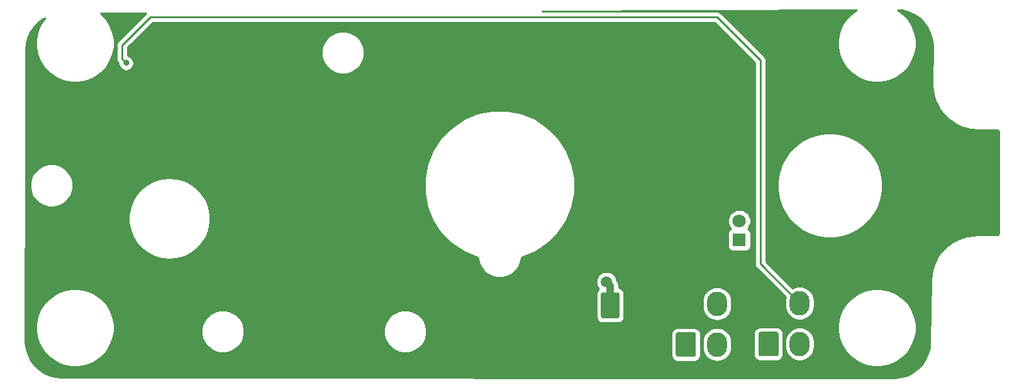
<source format=gbr>
%TF.GenerationSoftware,KiCad,Pcbnew,(5.1.6)-1*%
%TF.CreationDate,2020-12-18T19:30:20+11:00*%
%TF.ProjectId,FCS Panel PCB V2,46435320-5061-46e6-956c-205043422056,rev?*%
%TF.SameCoordinates,Original*%
%TF.FileFunction,Copper,L2,Bot*%
%TF.FilePolarity,Positive*%
%FSLAX46Y46*%
G04 Gerber Fmt 4.6, Leading zero omitted, Abs format (unit mm)*
G04 Created by KiCad (PCBNEW (5.1.6)-1) date 2020-12-18 19:30:20*
%MOMM*%
%LPD*%
G01*
G04 APERTURE LIST*
%TA.AperFunction,ComponentPad*%
%ADD10O,2.700000X3.300000*%
%TD*%
%TA.AperFunction,ComponentPad*%
%ADD11C,1.800000*%
%TD*%
%TA.AperFunction,ComponentPad*%
%ADD12R,1.800000X1.800000*%
%TD*%
%TA.AperFunction,ViaPad*%
%ADD13C,1.500000*%
%TD*%
%TA.AperFunction,ViaPad*%
%ADD14C,0.800000*%
%TD*%
%TA.AperFunction,Conductor*%
%ADD15C,1.000000*%
%TD*%
%TA.AperFunction,Conductor*%
%ADD16C,0.250000*%
%TD*%
%TA.AperFunction,Conductor*%
%ADD17C,0.254000*%
%TD*%
G04 APERTURE END LIST*
D10*
%TO.P,J2,4*%
%TO.N,/DATAOUT*%
X176624000Y-86788400D03*
%TO.P,J2,3*%
%TO.N,/LEDGND*%
X172424000Y-86788400D03*
%TO.P,J2,2*%
%TO.N,/LED+5V*%
X176624000Y-92288400D03*
%TO.P,J2,1*%
%TA.AperFunction,ComponentPad*%
G36*
G01*
X171074000Y-93688399D02*
X171074000Y-90888401D01*
G75*
G02*
X171324001Y-90638400I250001J0D01*
G01*
X173523999Y-90638400D01*
G75*
G02*
X173774000Y-90888401I0J-250001D01*
G01*
X173774000Y-93688399D01*
G75*
G02*
X173523999Y-93938400I-250001J0D01*
G01*
X171324001Y-93938400D01*
G75*
G02*
X171074000Y-93688399I0J250001D01*
G01*
G37*
%TD.AperFunction*%
%TD*%
%TO.P,J1,4*%
%TO.N,/DATAIN*%
X187747000Y-86717200D03*
%TO.P,J1,3*%
%TO.N,/LEDGND*%
X183547000Y-86717200D03*
%TO.P,J1,2*%
%TO.N,/LED+5V*%
X187747000Y-92217200D03*
%TO.P,J1,1*%
%TA.AperFunction,ComponentPad*%
G36*
G01*
X182197000Y-93617199D02*
X182197000Y-90817201D01*
G75*
G02*
X182447001Y-90567200I250001J0D01*
G01*
X184646999Y-90567200D01*
G75*
G02*
X184897000Y-90817201I0J-250001D01*
G01*
X184897000Y-93617199D01*
G75*
G02*
X184646999Y-93867200I-250001J0D01*
G01*
X182447001Y-93867200D01*
G75*
G02*
X182197000Y-93617199I0J250001D01*
G01*
G37*
%TD.AperFunction*%
%TD*%
D11*
%TO.P,D24,2*%
%TO.N,/LED+5V*%
X179624000Y-75615800D03*
D12*
%TO.P,D24,1*%
%TO.N,Net-(D24-Pad1)*%
X179624000Y-78155800D03*
%TD*%
%TO.P,C1,2*%
%TO.N,/LEDGND*%
%TA.AperFunction,SMDPad,CuDef*%
G36*
G01*
X161242000Y-91747400D02*
X163242000Y-91747400D01*
G75*
G02*
X163492000Y-91997400I0J-250000D01*
G01*
X163492000Y-94997400D01*
G75*
G02*
X163242000Y-95247400I-250000J0D01*
G01*
X161242000Y-95247400D01*
G75*
G02*
X160992000Y-94997400I0J250000D01*
G01*
X160992000Y-91997400D01*
G75*
G02*
X161242000Y-91747400I250000J0D01*
G01*
G37*
%TD.AperFunction*%
%TO.P,C1,1*%
%TO.N,/LED+5V*%
%TA.AperFunction,SMDPad,CuDef*%
G36*
G01*
X161242000Y-85247400D02*
X163242000Y-85247400D01*
G75*
G02*
X163492000Y-85497400I0J-250000D01*
G01*
X163492000Y-88497400D01*
G75*
G02*
X163242000Y-88747400I-250000J0D01*
G01*
X161242000Y-88747400D01*
G75*
G02*
X160992000Y-88497400I0J250000D01*
G01*
X160992000Y-85497400D01*
G75*
G02*
X161242000Y-85247400I250000J0D01*
G01*
G37*
%TD.AperFunction*%
%TD*%
D13*
%TO.N,/LEDGND*%
X210376800Y-75893000D03*
X116171100Y-86789000D03*
X99926100Y-91033600D03*
X88871200Y-79071900D03*
X211640000Y-68414300D03*
X203135700Y-59229100D03*
X163749800Y-64278100D03*
X163580200Y-80251300D03*
X116176200Y-76713900D03*
X116399600Y-60153800D03*
X107350200Y-60153800D03*
X96623600Y-63755600D03*
X92025100Y-66590300D03*
X205502100Y-75518300D03*
X175390100Y-64357200D03*
X163465600Y-52786100D03*
X108975500Y-94433400D03*
X192015400Y-61425100D03*
X178072100Y-81413500D03*
X101055600Y-87331800D03*
X171091800Y-52663600D03*
X115901400Y-68557400D03*
X115554300Y-91632200D03*
%TO.N,/LED+5V*%
X161736100Y-83830500D03*
D14*
%TO.N,/DATAIN*%
X97085150Y-54316630D03*
%TD*%
D15*
%TO.N,/LED+5V*%
X161736100Y-83830500D02*
X162242000Y-84336400D01*
X162242000Y-84336400D02*
X162242000Y-86997400D01*
D16*
%TO.N,/DATAIN*%
X182453390Y-53959870D02*
X176611280Y-48117760D01*
X176611280Y-48117760D02*
X100322380Y-48117760D01*
X100322380Y-48117760D02*
X96542860Y-51897280D01*
X182453390Y-81423590D02*
X182453390Y-53959870D01*
X187747000Y-86717200D02*
X182453390Y-81423590D01*
X96542860Y-51897280D02*
X96542860Y-51897280D01*
X96542860Y-51897280D02*
X96542860Y-53774340D01*
X96542860Y-53774340D02*
X97085150Y-54316630D01*
X97085150Y-54316630D02*
X97096580Y-54328060D01*
%TD*%
D17*
%TO.N,/LEDGND*%
G36*
X201582997Y-47214068D02*
G01*
X202380904Y-47421163D01*
X203132511Y-47759737D01*
X203816333Y-48220113D01*
X204412804Y-48789118D01*
X204904878Y-49450489D01*
X205278484Y-50185316D01*
X205522937Y-50972583D01*
X205633712Y-51808362D01*
X205638737Y-52073182D01*
X205587707Y-57124950D01*
X205588552Y-57134514D01*
X205594033Y-57423371D01*
X205594668Y-57429478D01*
X205594379Y-57435610D01*
X205599636Y-57497568D01*
X205722665Y-58425801D01*
X205727988Y-58450013D01*
X205731009Y-58474614D01*
X205746630Y-58534799D01*
X206024297Y-59429033D01*
X206033622Y-59451998D01*
X206040746Y-59475743D01*
X206066285Y-59532437D01*
X206490652Y-60367103D01*
X206503710Y-60388164D01*
X206514735Y-60410373D01*
X206549461Y-60461953D01*
X207108392Y-61213183D01*
X207124813Y-61231743D01*
X207139422Y-61251778D01*
X207182342Y-61296769D01*
X207859858Y-61943087D01*
X207879179Y-61958621D01*
X207896948Y-61975901D01*
X207946834Y-62013018D01*
X208723561Y-62535941D01*
X208745223Y-62547998D01*
X208765649Y-62562036D01*
X208821076Y-62590217D01*
X209674806Y-62974794D01*
X209698188Y-62983028D01*
X209720689Y-62993425D01*
X209780072Y-63011864D01*
X210686394Y-63247098D01*
X210710827Y-63251274D01*
X210734760Y-63257732D01*
X210796401Y-63265902D01*
X211725036Y-63344698D01*
X211752844Y-63347434D01*
X214191341Y-63347202D01*
X214292133Y-63357085D01*
X214358057Y-63376989D01*
X214418855Y-63409315D01*
X214472219Y-63452839D01*
X214516112Y-63505896D01*
X214548866Y-63566471D01*
X214569228Y-63632253D01*
X214579600Y-63730931D01*
X214579601Y-77132909D01*
X214569715Y-77233731D01*
X214549811Y-77299658D01*
X214517485Y-77360455D01*
X214473962Y-77413818D01*
X214420900Y-77457715D01*
X214360327Y-77490466D01*
X214294547Y-77510828D01*
X214195869Y-77521200D01*
X211600381Y-77521200D01*
X211594136Y-77521815D01*
X211308629Y-77527233D01*
X211302522Y-77527868D01*
X211296390Y-77527579D01*
X211234433Y-77532836D01*
X210306199Y-77655865D01*
X210281987Y-77661188D01*
X210257386Y-77664209D01*
X210197200Y-77679830D01*
X209302967Y-77957497D01*
X209280004Y-77966821D01*
X209256257Y-77973946D01*
X209199563Y-77999484D01*
X208364897Y-78423852D01*
X208343836Y-78436910D01*
X208321627Y-78447935D01*
X208270047Y-78482661D01*
X207518816Y-79041592D01*
X207500252Y-79058016D01*
X207480222Y-79072622D01*
X207435231Y-79115542D01*
X206788913Y-79793058D01*
X206773380Y-79812377D01*
X206756099Y-79830148D01*
X206718982Y-79880035D01*
X206196059Y-80656761D01*
X206184001Y-80678425D01*
X206169964Y-80698849D01*
X206141783Y-80754276D01*
X205757206Y-81608005D01*
X205748971Y-81631390D01*
X205738575Y-81653889D01*
X205720136Y-81713272D01*
X205484902Y-82619594D01*
X205480726Y-82644025D01*
X205474268Y-82667959D01*
X205466098Y-82729600D01*
X205387650Y-83654133D01*
X205385021Y-83677823D01*
X205283777Y-91865168D01*
X205211363Y-92718596D01*
X205004268Y-93516503D01*
X204665691Y-94268115D01*
X204205318Y-94951932D01*
X203636313Y-95548403D01*
X202974943Y-96040476D01*
X202240117Y-96414082D01*
X201452848Y-96658536D01*
X200617069Y-96769311D01*
X200349083Y-96774396D01*
X88420110Y-96723844D01*
X87570604Y-96651763D01*
X86772697Y-96444668D01*
X86021085Y-96106091D01*
X85337268Y-95645718D01*
X84740797Y-95076713D01*
X84248724Y-94415343D01*
X83875118Y-93680517D01*
X83630664Y-92893248D01*
X83519889Y-92057469D01*
X83514808Y-91789738D01*
X83517763Y-89494407D01*
X84923894Y-89494407D01*
X84923894Y-90533885D01*
X85126686Y-91553390D01*
X85524477Y-92513743D01*
X86101981Y-93378037D01*
X86837003Y-94113059D01*
X87701297Y-94690563D01*
X88661650Y-95088354D01*
X89681155Y-95291146D01*
X90720633Y-95291146D01*
X91740138Y-95088354D01*
X92700491Y-94690563D01*
X93564785Y-94113059D01*
X94299807Y-93378037D01*
X94877311Y-92513743D01*
X95275102Y-91553390D01*
X95477894Y-90533885D01*
X95477894Y-90237146D01*
X107207245Y-90237146D01*
X107207245Y-90807146D01*
X107318446Y-91366192D01*
X107536576Y-91892803D01*
X107853250Y-92366740D01*
X108256300Y-92769790D01*
X108730237Y-93086464D01*
X109256848Y-93304594D01*
X109815894Y-93415795D01*
X110385894Y-93415795D01*
X110944940Y-93304594D01*
X111471551Y-93086464D01*
X111945488Y-92769790D01*
X112348538Y-92366740D01*
X112665212Y-91892803D01*
X112883342Y-91366192D01*
X112994543Y-90807146D01*
X112994543Y-90237147D01*
X131757246Y-90237147D01*
X131757246Y-90807145D01*
X131868447Y-91366192D01*
X132086577Y-91892802D01*
X132403251Y-92366739D01*
X132806301Y-92769789D01*
X133280238Y-93086463D01*
X133806848Y-93304593D01*
X134365895Y-93415794D01*
X134935893Y-93415794D01*
X135494940Y-93304593D01*
X136021550Y-93086463D01*
X136495487Y-92769789D01*
X136898537Y-92366739D01*
X137215211Y-91892802D01*
X137433341Y-91366192D01*
X137528379Y-90888401D01*
X170435928Y-90888401D01*
X170435928Y-93688399D01*
X170452992Y-93861653D01*
X170503529Y-94028250D01*
X170585595Y-94181786D01*
X170696039Y-94316361D01*
X170830614Y-94426805D01*
X170984150Y-94508871D01*
X171150747Y-94559408D01*
X171324001Y-94576472D01*
X173523999Y-94576472D01*
X173697253Y-94559408D01*
X173863850Y-94508871D01*
X174017386Y-94426805D01*
X174151961Y-94316361D01*
X174262405Y-94181786D01*
X174344471Y-94028250D01*
X174395008Y-93861653D01*
X174412072Y-93688399D01*
X174412072Y-91890891D01*
X174639000Y-91890891D01*
X174639000Y-92685910D01*
X174667722Y-92977528D01*
X174781226Y-93351702D01*
X174965547Y-93696543D01*
X175213603Y-93998798D01*
X175515858Y-94246853D01*
X175860699Y-94431174D01*
X176234873Y-94544678D01*
X176624000Y-94583004D01*
X177013128Y-94544678D01*
X177387302Y-94431174D01*
X177732143Y-94246853D01*
X178034398Y-93998798D01*
X178282453Y-93696543D01*
X178466774Y-93351702D01*
X178580278Y-92977527D01*
X178609000Y-92685909D01*
X178609000Y-91890890D01*
X178580278Y-91599272D01*
X178466774Y-91225098D01*
X178282453Y-90880257D01*
X178230705Y-90817201D01*
X181558928Y-90817201D01*
X181558928Y-93617199D01*
X181575992Y-93790453D01*
X181626529Y-93957050D01*
X181708595Y-94110586D01*
X181819039Y-94245161D01*
X181953614Y-94355605D01*
X182107150Y-94437671D01*
X182273747Y-94488208D01*
X182447001Y-94505272D01*
X184646999Y-94505272D01*
X184820253Y-94488208D01*
X184986850Y-94437671D01*
X185140386Y-94355605D01*
X185274961Y-94245161D01*
X185385405Y-94110586D01*
X185467471Y-93957050D01*
X185518008Y-93790453D01*
X185535072Y-93617199D01*
X185535072Y-91819691D01*
X185762000Y-91819691D01*
X185762000Y-92614710D01*
X185790722Y-92906328D01*
X185904226Y-93280502D01*
X186088547Y-93625343D01*
X186336603Y-93927598D01*
X186638858Y-94175653D01*
X186983699Y-94359974D01*
X187357873Y-94473478D01*
X187747000Y-94511804D01*
X188136128Y-94473478D01*
X188510302Y-94359974D01*
X188855143Y-94175653D01*
X189157398Y-93927598D01*
X189405453Y-93625343D01*
X189589774Y-93280502D01*
X189703278Y-92906327D01*
X189732000Y-92614709D01*
X189732000Y-91819690D01*
X189703278Y-91528072D01*
X189589774Y-91153898D01*
X189405453Y-90809057D01*
X189157398Y-90506802D01*
X188855143Y-90258747D01*
X188510301Y-90074426D01*
X188136127Y-89960922D01*
X187747000Y-89922596D01*
X187357872Y-89960922D01*
X186983698Y-90074426D01*
X186638857Y-90258747D01*
X186336602Y-90506802D01*
X186088547Y-90809057D01*
X185904226Y-91153899D01*
X185790722Y-91528073D01*
X185762000Y-91819691D01*
X185535072Y-91819691D01*
X185535072Y-90817201D01*
X185518008Y-90643947D01*
X185467471Y-90477350D01*
X185385405Y-90323814D01*
X185274961Y-90189239D01*
X185140386Y-90078795D01*
X184986850Y-89996729D01*
X184820253Y-89946192D01*
X184646999Y-89929128D01*
X182447001Y-89929128D01*
X182273747Y-89946192D01*
X182107150Y-89996729D01*
X181953614Y-90078795D01*
X181819039Y-90189239D01*
X181708595Y-90323814D01*
X181626529Y-90477350D01*
X181575992Y-90643947D01*
X181558928Y-90817201D01*
X178230705Y-90817201D01*
X178034398Y-90578002D01*
X177732143Y-90329947D01*
X177387301Y-90145626D01*
X177013127Y-90032122D01*
X176624000Y-89993796D01*
X176234872Y-90032122D01*
X175860698Y-90145626D01*
X175515857Y-90329947D01*
X175213602Y-90578002D01*
X174965547Y-90880257D01*
X174781226Y-91225099D01*
X174667722Y-91599273D01*
X174639000Y-91890891D01*
X174412072Y-91890891D01*
X174412072Y-90888401D01*
X174395008Y-90715147D01*
X174344471Y-90548550D01*
X174262405Y-90395014D01*
X174151961Y-90260439D01*
X174017386Y-90149995D01*
X173863850Y-90067929D01*
X173697253Y-90017392D01*
X173523999Y-90000328D01*
X171324001Y-90000328D01*
X171150747Y-90017392D01*
X170984150Y-90067929D01*
X170830614Y-90149995D01*
X170696039Y-90260439D01*
X170585595Y-90395014D01*
X170503529Y-90548550D01*
X170452992Y-90715147D01*
X170435928Y-90888401D01*
X137528379Y-90888401D01*
X137544542Y-90807145D01*
X137544542Y-90237147D01*
X137433341Y-89678100D01*
X137357253Y-89494407D01*
X192873894Y-89494407D01*
X192873894Y-90533885D01*
X193076686Y-91553390D01*
X193474477Y-92513743D01*
X194051981Y-93378037D01*
X194787003Y-94113059D01*
X195651297Y-94690563D01*
X196611650Y-95088354D01*
X197631155Y-95291146D01*
X198670633Y-95291146D01*
X199690138Y-95088354D01*
X200650491Y-94690563D01*
X201514785Y-94113059D01*
X202249807Y-93378037D01*
X202827311Y-92513743D01*
X203225102Y-91553390D01*
X203427894Y-90533885D01*
X203427894Y-89494407D01*
X203225102Y-88474902D01*
X202827311Y-87514549D01*
X202249807Y-86650255D01*
X201514785Y-85915233D01*
X200650491Y-85337729D01*
X199690138Y-84939938D01*
X198670633Y-84737146D01*
X197631155Y-84737146D01*
X196611650Y-84939938D01*
X195651297Y-85337729D01*
X194787003Y-85915233D01*
X194051981Y-86650255D01*
X193474477Y-87514549D01*
X193076686Y-88474902D01*
X192873894Y-89494407D01*
X137357253Y-89494407D01*
X137215211Y-89151490D01*
X136898537Y-88677553D01*
X136495487Y-88274503D01*
X136021550Y-87957829D01*
X135494940Y-87739699D01*
X134935893Y-87628498D01*
X134365895Y-87628498D01*
X133806848Y-87739699D01*
X133280238Y-87957829D01*
X132806301Y-88274503D01*
X132403251Y-88677553D01*
X132086577Y-89151490D01*
X131868447Y-89678100D01*
X131757246Y-90237147D01*
X112994543Y-90237147D01*
X112994543Y-90237146D01*
X112883342Y-89678100D01*
X112665212Y-89151489D01*
X112348538Y-88677552D01*
X111945488Y-88274502D01*
X111471551Y-87957828D01*
X110944940Y-87739698D01*
X110385894Y-87628497D01*
X109815894Y-87628497D01*
X109256848Y-87739698D01*
X108730237Y-87957828D01*
X108256300Y-88274502D01*
X107853250Y-88677552D01*
X107536576Y-89151489D01*
X107318446Y-89678100D01*
X107207245Y-90237146D01*
X95477894Y-90237146D01*
X95477894Y-89494407D01*
X95275102Y-88474902D01*
X94877311Y-87514549D01*
X94299807Y-86650255D01*
X93564785Y-85915233D01*
X92700491Y-85337729D01*
X91740138Y-84939938D01*
X90720633Y-84737146D01*
X89681155Y-84737146D01*
X88661650Y-84939938D01*
X87701297Y-85337729D01*
X86837003Y-85915233D01*
X86101981Y-86650255D01*
X85524477Y-87514549D01*
X85126686Y-88474902D01*
X84923894Y-89494407D01*
X83517763Y-89494407D01*
X83525232Y-83694089D01*
X160351100Y-83694089D01*
X160351100Y-83966911D01*
X160404325Y-84234489D01*
X160508729Y-84486543D01*
X160660301Y-84713386D01*
X160725159Y-84778244D01*
X160614038Y-84869438D01*
X160503595Y-85004014D01*
X160421528Y-85157550D01*
X160370992Y-85324146D01*
X160353928Y-85497400D01*
X160353928Y-88497400D01*
X160370992Y-88670654D01*
X160421528Y-88837250D01*
X160503595Y-88990786D01*
X160614038Y-89125362D01*
X160748614Y-89235805D01*
X160902150Y-89317872D01*
X161068746Y-89368408D01*
X161242000Y-89385472D01*
X163242000Y-89385472D01*
X163415254Y-89368408D01*
X163581850Y-89317872D01*
X163735386Y-89235805D01*
X163869962Y-89125362D01*
X163980405Y-88990786D01*
X164062472Y-88837250D01*
X164113008Y-88670654D01*
X164130072Y-88497400D01*
X164130072Y-86390891D01*
X174639000Y-86390891D01*
X174639000Y-87185910D01*
X174667722Y-87477528D01*
X174781226Y-87851702D01*
X174965547Y-88196543D01*
X175213603Y-88498798D01*
X175515858Y-88746853D01*
X175860699Y-88931174D01*
X176234873Y-89044678D01*
X176624000Y-89083004D01*
X177013128Y-89044678D01*
X177387302Y-88931174D01*
X177732143Y-88746853D01*
X178034398Y-88498798D01*
X178282453Y-88196543D01*
X178466774Y-87851702D01*
X178580278Y-87477527D01*
X178609000Y-87185909D01*
X178609000Y-86390890D01*
X178580278Y-86099272D01*
X178466774Y-85725098D01*
X178282453Y-85380257D01*
X178034398Y-85078002D01*
X177732143Y-84829947D01*
X177387301Y-84645626D01*
X177013127Y-84532122D01*
X176624000Y-84493796D01*
X176234872Y-84532122D01*
X175860698Y-84645626D01*
X175515857Y-84829947D01*
X175213602Y-85078002D01*
X174965547Y-85380257D01*
X174781226Y-85725099D01*
X174667722Y-86099273D01*
X174639000Y-86390891D01*
X164130072Y-86390891D01*
X164130072Y-85497400D01*
X164113008Y-85324146D01*
X164062472Y-85157550D01*
X163980405Y-85004014D01*
X163869962Y-84869438D01*
X163735386Y-84758995D01*
X163581850Y-84676928D01*
X163415254Y-84626392D01*
X163377000Y-84622624D01*
X163377000Y-84392152D01*
X163382491Y-84336400D01*
X163360577Y-84113901D01*
X163295676Y-83899953D01*
X163258553Y-83830500D01*
X163190284Y-83702777D01*
X163101248Y-83594286D01*
X163067875Y-83426511D01*
X162963471Y-83174457D01*
X162811899Y-82947614D01*
X162618986Y-82754701D01*
X162392143Y-82603129D01*
X162140089Y-82498725D01*
X161872511Y-82445500D01*
X161599689Y-82445500D01*
X161332111Y-82498725D01*
X161080057Y-82603129D01*
X160853214Y-82754701D01*
X160660301Y-82947614D01*
X160508729Y-83174457D01*
X160404325Y-83426511D01*
X160351100Y-83694089D01*
X83525232Y-83694089D01*
X83536720Y-74773055D01*
X97406931Y-74773055D01*
X97406931Y-75791237D01*
X97594021Y-76792082D01*
X97961831Y-77741507D01*
X98497834Y-78607183D01*
X99183778Y-79359628D01*
X99996305Y-79973219D01*
X100907743Y-80427062D01*
X101887056Y-80705700D01*
X102900894Y-80799646D01*
X103914732Y-80705700D01*
X104894045Y-80427062D01*
X105805483Y-79973219D01*
X106618010Y-79359628D01*
X107303954Y-78607183D01*
X107839957Y-77741507D01*
X108207767Y-76792082D01*
X108394857Y-75791237D01*
X108394857Y-74773055D01*
X108207767Y-73772210D01*
X107839957Y-72822785D01*
X107303954Y-71957109D01*
X106618010Y-71204664D01*
X105805483Y-70591073D01*
X104894045Y-70137230D01*
X103914732Y-69858592D01*
X103711115Y-69839724D01*
X137223894Y-69839724D01*
X137223894Y-71834568D01*
X137613069Y-73791083D01*
X138376463Y-75634079D01*
X139484740Y-77292732D01*
X140895308Y-78703300D01*
X142553961Y-79811577D01*
X144396957Y-80574971D01*
X144437894Y-80583114D01*
X144437894Y-80649051D01*
X144549839Y-81211837D01*
X144769427Y-81741969D01*
X145088219Y-82219075D01*
X145493965Y-82624821D01*
X145971071Y-82943613D01*
X146501203Y-83163201D01*
X147063989Y-83275146D01*
X147637799Y-83275146D01*
X148200585Y-83163201D01*
X148730717Y-82943613D01*
X149207823Y-82624821D01*
X149613569Y-82219075D01*
X149932361Y-81741969D01*
X150151949Y-81211837D01*
X150263894Y-80649051D01*
X150263894Y-80583114D01*
X150304831Y-80574971D01*
X152147827Y-79811577D01*
X153806480Y-78703300D01*
X155217048Y-77292732D01*
X155241725Y-77255800D01*
X178085928Y-77255800D01*
X178085928Y-79055800D01*
X178098188Y-79180282D01*
X178134498Y-79299980D01*
X178193463Y-79410294D01*
X178272815Y-79506985D01*
X178369506Y-79586337D01*
X178479820Y-79645302D01*
X178599518Y-79681612D01*
X178724000Y-79693872D01*
X180524000Y-79693872D01*
X180648482Y-79681612D01*
X180768180Y-79645302D01*
X180878494Y-79586337D01*
X180975185Y-79506985D01*
X181054537Y-79410294D01*
X181113502Y-79299980D01*
X181149812Y-79180282D01*
X181162072Y-79055800D01*
X181162072Y-77255800D01*
X181149812Y-77131318D01*
X181113502Y-77011620D01*
X181054537Y-76901306D01*
X180975185Y-76804615D01*
X180878494Y-76725263D01*
X180768180Y-76666298D01*
X180749873Y-76660744D01*
X180816312Y-76594305D01*
X180984299Y-76342895D01*
X181100011Y-76063543D01*
X181159000Y-75766984D01*
X181159000Y-75464616D01*
X181100011Y-75168057D01*
X180984299Y-74888705D01*
X180816312Y-74637295D01*
X180602505Y-74423488D01*
X180351095Y-74255501D01*
X180071743Y-74139789D01*
X179775184Y-74080800D01*
X179472816Y-74080800D01*
X179176257Y-74139789D01*
X178896905Y-74255501D01*
X178645495Y-74423488D01*
X178431688Y-74637295D01*
X178263701Y-74888705D01*
X178147989Y-75168057D01*
X178089000Y-75464616D01*
X178089000Y-75766984D01*
X178147989Y-76063543D01*
X178263701Y-76342895D01*
X178431688Y-76594305D01*
X178498127Y-76660744D01*
X178479820Y-76666298D01*
X178369506Y-76725263D01*
X178272815Y-76804615D01*
X178193463Y-76901306D01*
X178134498Y-77011620D01*
X178098188Y-77131318D01*
X178085928Y-77255800D01*
X155241725Y-77255800D01*
X156325325Y-75634079D01*
X157088719Y-73791083D01*
X157477894Y-71834568D01*
X157477894Y-69839724D01*
X157088719Y-67883209D01*
X156325325Y-66040213D01*
X155217048Y-64381560D01*
X153806480Y-62970992D01*
X152147827Y-61862715D01*
X150304831Y-61099321D01*
X148348316Y-60710146D01*
X146353472Y-60710146D01*
X144396957Y-61099321D01*
X142553961Y-61862715D01*
X140895308Y-62970992D01*
X139484740Y-64381560D01*
X138376463Y-66040213D01*
X137613069Y-67883209D01*
X137223894Y-69839724D01*
X103711115Y-69839724D01*
X102900894Y-69764646D01*
X101887056Y-69858592D01*
X100907743Y-70137230D01*
X99996305Y-70591073D01*
X99183778Y-71204664D01*
X98497834Y-71957109D01*
X97961831Y-72822785D01*
X97594021Y-73772210D01*
X97406931Y-74773055D01*
X83536720Y-74773055D01*
X83542163Y-70547147D01*
X84132246Y-70547147D01*
X84132246Y-71117145D01*
X84243447Y-71676192D01*
X84461577Y-72202802D01*
X84778251Y-72676739D01*
X85181301Y-73079789D01*
X85655238Y-73396463D01*
X86181848Y-73614593D01*
X86740895Y-73725794D01*
X87310893Y-73725794D01*
X87869940Y-73614593D01*
X88396550Y-73396463D01*
X88870487Y-73079789D01*
X89273537Y-72676739D01*
X89590211Y-72202802D01*
X89808341Y-71676192D01*
X89919542Y-71117145D01*
X89919542Y-70547147D01*
X89808341Y-69988100D01*
X89590211Y-69461490D01*
X89273537Y-68987553D01*
X88870487Y-68584503D01*
X88396550Y-68267829D01*
X87869940Y-68049699D01*
X87310893Y-67938498D01*
X86740895Y-67938498D01*
X86181848Y-68049699D01*
X85655238Y-68267829D01*
X85181301Y-68584503D01*
X84778251Y-68987553D01*
X84461577Y-69461490D01*
X84243447Y-69988100D01*
X84132246Y-70547147D01*
X83542163Y-70547147D01*
X83565333Y-52555580D01*
X83637437Y-51705804D01*
X83844532Y-50907897D01*
X84183106Y-50156290D01*
X84643482Y-49472468D01*
X85212487Y-48875997D01*
X85873858Y-48383923D01*
X86159584Y-48238652D01*
X86101981Y-48296255D01*
X85524477Y-49160549D01*
X85126686Y-50120902D01*
X84923894Y-51140407D01*
X84923894Y-52179885D01*
X85126686Y-53199390D01*
X85524477Y-54159743D01*
X86101981Y-55024037D01*
X86837003Y-55759059D01*
X87701297Y-56336563D01*
X88661650Y-56734354D01*
X89681155Y-56937146D01*
X90720633Y-56937146D01*
X91740138Y-56734354D01*
X92700491Y-56336563D01*
X93564785Y-55759059D01*
X94299807Y-55024037D01*
X94877311Y-54159743D01*
X95275102Y-53199390D01*
X95477894Y-52179885D01*
X95477894Y-51140407D01*
X95275102Y-50120902D01*
X94877311Y-49160549D01*
X94299807Y-48296255D01*
X93630316Y-47626764D01*
X99764943Y-47599005D01*
X99758585Y-47606752D01*
X96031863Y-51333476D01*
X96002859Y-51357279D01*
X95907886Y-51473004D01*
X95837314Y-51605033D01*
X95793857Y-51748294D01*
X95779183Y-51897280D01*
X95782860Y-51934613D01*
X95782861Y-53737008D01*
X95779184Y-53774340D01*
X95782861Y-53811673D01*
X95790808Y-53892354D01*
X95793858Y-53923325D01*
X95837314Y-54066586D01*
X95907886Y-54198616D01*
X95921079Y-54214691D01*
X96002860Y-54314341D01*
X96031858Y-54338139D01*
X96050150Y-54356431D01*
X96050150Y-54418569D01*
X96089924Y-54618528D01*
X96167945Y-54806886D01*
X96281213Y-54976404D01*
X96425376Y-55120567D01*
X96594894Y-55233835D01*
X96783252Y-55311856D01*
X96983211Y-55351630D01*
X97187089Y-55351630D01*
X97387048Y-55311856D01*
X97575406Y-55233835D01*
X97744924Y-55120567D01*
X97889087Y-54976404D01*
X98002355Y-54806886D01*
X98080376Y-54618528D01*
X98120150Y-54418569D01*
X98120150Y-54214691D01*
X98080376Y-54014732D01*
X98002355Y-53826374D01*
X97889087Y-53656856D01*
X97744924Y-53512693D01*
X97575406Y-53399425D01*
X97387048Y-53321404D01*
X97302860Y-53304658D01*
X97302860Y-52633860D01*
X123365232Y-52633860D01*
X123365232Y-53203860D01*
X123476433Y-53762906D01*
X123694563Y-54289517D01*
X124011237Y-54763454D01*
X124414287Y-55166504D01*
X124888224Y-55483178D01*
X125414835Y-55701308D01*
X125973881Y-55812509D01*
X126543881Y-55812509D01*
X127102927Y-55701308D01*
X127629538Y-55483178D01*
X128103475Y-55166504D01*
X128506525Y-54763454D01*
X128823199Y-54289517D01*
X129041329Y-53762906D01*
X129152530Y-53203860D01*
X129152530Y-52633860D01*
X129041329Y-52074814D01*
X128823199Y-51548203D01*
X128506525Y-51074266D01*
X128103475Y-50671216D01*
X127629538Y-50354542D01*
X127102927Y-50136412D01*
X126543881Y-50025211D01*
X125973881Y-50025211D01*
X125414835Y-50136412D01*
X124888224Y-50354542D01*
X124414287Y-50671216D01*
X124011237Y-51074266D01*
X123694563Y-51548203D01*
X123476433Y-52074814D01*
X123365232Y-52633860D01*
X97302860Y-52633860D01*
X97302860Y-52212081D01*
X100637183Y-48877760D01*
X176296479Y-48877760D01*
X181693391Y-54274673D01*
X181693390Y-81386268D01*
X181689714Y-81423590D01*
X181693390Y-81460912D01*
X181693390Y-81460922D01*
X181704387Y-81572575D01*
X181734330Y-81671285D01*
X181747844Y-81715836D01*
X181818416Y-81847866D01*
X181858261Y-81896416D01*
X181913389Y-81963591D01*
X181942393Y-81987394D01*
X185835490Y-85880492D01*
X185790722Y-86028073D01*
X185762000Y-86319691D01*
X185762000Y-87114710D01*
X185790722Y-87406328D01*
X185904226Y-87780502D01*
X186088547Y-88125343D01*
X186336603Y-88427598D01*
X186638858Y-88675653D01*
X186983699Y-88859974D01*
X187357873Y-88973478D01*
X187747000Y-89011804D01*
X188136128Y-88973478D01*
X188510302Y-88859974D01*
X188855143Y-88675653D01*
X189157398Y-88427598D01*
X189405453Y-88125343D01*
X189589774Y-87780502D01*
X189703278Y-87406327D01*
X189732000Y-87114709D01*
X189732000Y-86319690D01*
X189703278Y-86028072D01*
X189589774Y-85653898D01*
X189405453Y-85309057D01*
X189157398Y-85006802D01*
X188855143Y-84758747D01*
X188510301Y-84574426D01*
X188136127Y-84460922D01*
X187747000Y-84422596D01*
X187357872Y-84460922D01*
X186983698Y-84574426D01*
X186785152Y-84680551D01*
X183213390Y-81108789D01*
X183213390Y-70279694D01*
X184717797Y-70279694D01*
X184717797Y-71394598D01*
X184892207Y-72495775D01*
X185236731Y-73556111D01*
X185742886Y-74549498D01*
X186398210Y-75451474D01*
X187186566Y-76239830D01*
X188088542Y-76895154D01*
X189081929Y-77401309D01*
X190142265Y-77745833D01*
X191243442Y-77920243D01*
X192358346Y-77920243D01*
X193459523Y-77745833D01*
X194519859Y-77401309D01*
X195513246Y-76895154D01*
X196415222Y-76239830D01*
X197203578Y-75451474D01*
X197858902Y-74549498D01*
X198365057Y-73556111D01*
X198709581Y-72495775D01*
X198883991Y-71394598D01*
X198883991Y-70279694D01*
X198709581Y-69178517D01*
X198365057Y-68118181D01*
X197858902Y-67124794D01*
X197203578Y-66222818D01*
X196415222Y-65434462D01*
X195513246Y-64779138D01*
X194519859Y-64272983D01*
X193459523Y-63928459D01*
X192358346Y-63754049D01*
X191243442Y-63754049D01*
X190142265Y-63928459D01*
X189081929Y-64272983D01*
X188088542Y-64779138D01*
X187186566Y-65434462D01*
X186398210Y-66222818D01*
X185742886Y-67124794D01*
X185236731Y-68118181D01*
X184892207Y-69178517D01*
X184717797Y-70279694D01*
X183213390Y-70279694D01*
X183213390Y-53997192D01*
X183217066Y-53959869D01*
X183213390Y-53922546D01*
X183213390Y-53922537D01*
X183202393Y-53810884D01*
X183158936Y-53667623D01*
X183088364Y-53535594D01*
X182993391Y-53419869D01*
X182964393Y-53396071D01*
X177175084Y-47606763D01*
X177151281Y-47577759D01*
X177035556Y-47482786D01*
X176903527Y-47412214D01*
X176760266Y-47368757D01*
X176648613Y-47357760D01*
X176648602Y-47357760D01*
X176611280Y-47354084D01*
X176573958Y-47357760D01*
X153080069Y-47357760D01*
X195377961Y-47166367D01*
X194787003Y-47561233D01*
X194051981Y-48296255D01*
X193474477Y-49160549D01*
X193076686Y-50120902D01*
X192873894Y-51140407D01*
X192873894Y-52179885D01*
X193076686Y-53199390D01*
X193474477Y-54159743D01*
X194051981Y-55024037D01*
X194787003Y-55759059D01*
X195651297Y-56336563D01*
X196611650Y-56734354D01*
X197631155Y-56937146D01*
X198670633Y-56937146D01*
X199690138Y-56734354D01*
X200650491Y-56336563D01*
X201514785Y-55759059D01*
X202249807Y-55024037D01*
X202827311Y-54159743D01*
X203225102Y-53199390D01*
X203427894Y-52179885D01*
X203427894Y-51140407D01*
X203225102Y-50120902D01*
X202827311Y-49160549D01*
X202249807Y-48296255D01*
X201514785Y-47561233D01*
X200909719Y-47156940D01*
X201582997Y-47214068D01*
G37*
X201582997Y-47214068D02*
X202380904Y-47421163D01*
X203132511Y-47759737D01*
X203816333Y-48220113D01*
X204412804Y-48789118D01*
X204904878Y-49450489D01*
X205278484Y-50185316D01*
X205522937Y-50972583D01*
X205633712Y-51808362D01*
X205638737Y-52073182D01*
X205587707Y-57124950D01*
X205588552Y-57134514D01*
X205594033Y-57423371D01*
X205594668Y-57429478D01*
X205594379Y-57435610D01*
X205599636Y-57497568D01*
X205722665Y-58425801D01*
X205727988Y-58450013D01*
X205731009Y-58474614D01*
X205746630Y-58534799D01*
X206024297Y-59429033D01*
X206033622Y-59451998D01*
X206040746Y-59475743D01*
X206066285Y-59532437D01*
X206490652Y-60367103D01*
X206503710Y-60388164D01*
X206514735Y-60410373D01*
X206549461Y-60461953D01*
X207108392Y-61213183D01*
X207124813Y-61231743D01*
X207139422Y-61251778D01*
X207182342Y-61296769D01*
X207859858Y-61943087D01*
X207879179Y-61958621D01*
X207896948Y-61975901D01*
X207946834Y-62013018D01*
X208723561Y-62535941D01*
X208745223Y-62547998D01*
X208765649Y-62562036D01*
X208821076Y-62590217D01*
X209674806Y-62974794D01*
X209698188Y-62983028D01*
X209720689Y-62993425D01*
X209780072Y-63011864D01*
X210686394Y-63247098D01*
X210710827Y-63251274D01*
X210734760Y-63257732D01*
X210796401Y-63265902D01*
X211725036Y-63344698D01*
X211752844Y-63347434D01*
X214191341Y-63347202D01*
X214292133Y-63357085D01*
X214358057Y-63376989D01*
X214418855Y-63409315D01*
X214472219Y-63452839D01*
X214516112Y-63505896D01*
X214548866Y-63566471D01*
X214569228Y-63632253D01*
X214579600Y-63730931D01*
X214579601Y-77132909D01*
X214569715Y-77233731D01*
X214549811Y-77299658D01*
X214517485Y-77360455D01*
X214473962Y-77413818D01*
X214420900Y-77457715D01*
X214360327Y-77490466D01*
X214294547Y-77510828D01*
X214195869Y-77521200D01*
X211600381Y-77521200D01*
X211594136Y-77521815D01*
X211308629Y-77527233D01*
X211302522Y-77527868D01*
X211296390Y-77527579D01*
X211234433Y-77532836D01*
X210306199Y-77655865D01*
X210281987Y-77661188D01*
X210257386Y-77664209D01*
X210197200Y-77679830D01*
X209302967Y-77957497D01*
X209280004Y-77966821D01*
X209256257Y-77973946D01*
X209199563Y-77999484D01*
X208364897Y-78423852D01*
X208343836Y-78436910D01*
X208321627Y-78447935D01*
X208270047Y-78482661D01*
X207518816Y-79041592D01*
X207500252Y-79058016D01*
X207480222Y-79072622D01*
X207435231Y-79115542D01*
X206788913Y-79793058D01*
X206773380Y-79812377D01*
X206756099Y-79830148D01*
X206718982Y-79880035D01*
X206196059Y-80656761D01*
X206184001Y-80678425D01*
X206169964Y-80698849D01*
X206141783Y-80754276D01*
X205757206Y-81608005D01*
X205748971Y-81631390D01*
X205738575Y-81653889D01*
X205720136Y-81713272D01*
X205484902Y-82619594D01*
X205480726Y-82644025D01*
X205474268Y-82667959D01*
X205466098Y-82729600D01*
X205387650Y-83654133D01*
X205385021Y-83677823D01*
X205283777Y-91865168D01*
X205211363Y-92718596D01*
X205004268Y-93516503D01*
X204665691Y-94268115D01*
X204205318Y-94951932D01*
X203636313Y-95548403D01*
X202974943Y-96040476D01*
X202240117Y-96414082D01*
X201452848Y-96658536D01*
X200617069Y-96769311D01*
X200349083Y-96774396D01*
X88420110Y-96723844D01*
X87570604Y-96651763D01*
X86772697Y-96444668D01*
X86021085Y-96106091D01*
X85337268Y-95645718D01*
X84740797Y-95076713D01*
X84248724Y-94415343D01*
X83875118Y-93680517D01*
X83630664Y-92893248D01*
X83519889Y-92057469D01*
X83514808Y-91789738D01*
X83517763Y-89494407D01*
X84923894Y-89494407D01*
X84923894Y-90533885D01*
X85126686Y-91553390D01*
X85524477Y-92513743D01*
X86101981Y-93378037D01*
X86837003Y-94113059D01*
X87701297Y-94690563D01*
X88661650Y-95088354D01*
X89681155Y-95291146D01*
X90720633Y-95291146D01*
X91740138Y-95088354D01*
X92700491Y-94690563D01*
X93564785Y-94113059D01*
X94299807Y-93378037D01*
X94877311Y-92513743D01*
X95275102Y-91553390D01*
X95477894Y-90533885D01*
X95477894Y-90237146D01*
X107207245Y-90237146D01*
X107207245Y-90807146D01*
X107318446Y-91366192D01*
X107536576Y-91892803D01*
X107853250Y-92366740D01*
X108256300Y-92769790D01*
X108730237Y-93086464D01*
X109256848Y-93304594D01*
X109815894Y-93415795D01*
X110385894Y-93415795D01*
X110944940Y-93304594D01*
X111471551Y-93086464D01*
X111945488Y-92769790D01*
X112348538Y-92366740D01*
X112665212Y-91892803D01*
X112883342Y-91366192D01*
X112994543Y-90807146D01*
X112994543Y-90237147D01*
X131757246Y-90237147D01*
X131757246Y-90807145D01*
X131868447Y-91366192D01*
X132086577Y-91892802D01*
X132403251Y-92366739D01*
X132806301Y-92769789D01*
X133280238Y-93086463D01*
X133806848Y-93304593D01*
X134365895Y-93415794D01*
X134935893Y-93415794D01*
X135494940Y-93304593D01*
X136021550Y-93086463D01*
X136495487Y-92769789D01*
X136898537Y-92366739D01*
X137215211Y-91892802D01*
X137433341Y-91366192D01*
X137528379Y-90888401D01*
X170435928Y-90888401D01*
X170435928Y-93688399D01*
X170452992Y-93861653D01*
X170503529Y-94028250D01*
X170585595Y-94181786D01*
X170696039Y-94316361D01*
X170830614Y-94426805D01*
X170984150Y-94508871D01*
X171150747Y-94559408D01*
X171324001Y-94576472D01*
X173523999Y-94576472D01*
X173697253Y-94559408D01*
X173863850Y-94508871D01*
X174017386Y-94426805D01*
X174151961Y-94316361D01*
X174262405Y-94181786D01*
X174344471Y-94028250D01*
X174395008Y-93861653D01*
X174412072Y-93688399D01*
X174412072Y-91890891D01*
X174639000Y-91890891D01*
X174639000Y-92685910D01*
X174667722Y-92977528D01*
X174781226Y-93351702D01*
X174965547Y-93696543D01*
X175213603Y-93998798D01*
X175515858Y-94246853D01*
X175860699Y-94431174D01*
X176234873Y-94544678D01*
X176624000Y-94583004D01*
X177013128Y-94544678D01*
X177387302Y-94431174D01*
X177732143Y-94246853D01*
X178034398Y-93998798D01*
X178282453Y-93696543D01*
X178466774Y-93351702D01*
X178580278Y-92977527D01*
X178609000Y-92685909D01*
X178609000Y-91890890D01*
X178580278Y-91599272D01*
X178466774Y-91225098D01*
X178282453Y-90880257D01*
X178230705Y-90817201D01*
X181558928Y-90817201D01*
X181558928Y-93617199D01*
X181575992Y-93790453D01*
X181626529Y-93957050D01*
X181708595Y-94110586D01*
X181819039Y-94245161D01*
X181953614Y-94355605D01*
X182107150Y-94437671D01*
X182273747Y-94488208D01*
X182447001Y-94505272D01*
X184646999Y-94505272D01*
X184820253Y-94488208D01*
X184986850Y-94437671D01*
X185140386Y-94355605D01*
X185274961Y-94245161D01*
X185385405Y-94110586D01*
X185467471Y-93957050D01*
X185518008Y-93790453D01*
X185535072Y-93617199D01*
X185535072Y-91819691D01*
X185762000Y-91819691D01*
X185762000Y-92614710D01*
X185790722Y-92906328D01*
X185904226Y-93280502D01*
X186088547Y-93625343D01*
X186336603Y-93927598D01*
X186638858Y-94175653D01*
X186983699Y-94359974D01*
X187357873Y-94473478D01*
X187747000Y-94511804D01*
X188136128Y-94473478D01*
X188510302Y-94359974D01*
X188855143Y-94175653D01*
X189157398Y-93927598D01*
X189405453Y-93625343D01*
X189589774Y-93280502D01*
X189703278Y-92906327D01*
X189732000Y-92614709D01*
X189732000Y-91819690D01*
X189703278Y-91528072D01*
X189589774Y-91153898D01*
X189405453Y-90809057D01*
X189157398Y-90506802D01*
X188855143Y-90258747D01*
X188510301Y-90074426D01*
X188136127Y-89960922D01*
X187747000Y-89922596D01*
X187357872Y-89960922D01*
X186983698Y-90074426D01*
X186638857Y-90258747D01*
X186336602Y-90506802D01*
X186088547Y-90809057D01*
X185904226Y-91153899D01*
X185790722Y-91528073D01*
X185762000Y-91819691D01*
X185535072Y-91819691D01*
X185535072Y-90817201D01*
X185518008Y-90643947D01*
X185467471Y-90477350D01*
X185385405Y-90323814D01*
X185274961Y-90189239D01*
X185140386Y-90078795D01*
X184986850Y-89996729D01*
X184820253Y-89946192D01*
X184646999Y-89929128D01*
X182447001Y-89929128D01*
X182273747Y-89946192D01*
X182107150Y-89996729D01*
X181953614Y-90078795D01*
X181819039Y-90189239D01*
X181708595Y-90323814D01*
X181626529Y-90477350D01*
X181575992Y-90643947D01*
X181558928Y-90817201D01*
X178230705Y-90817201D01*
X178034398Y-90578002D01*
X177732143Y-90329947D01*
X177387301Y-90145626D01*
X177013127Y-90032122D01*
X176624000Y-89993796D01*
X176234872Y-90032122D01*
X175860698Y-90145626D01*
X175515857Y-90329947D01*
X175213602Y-90578002D01*
X174965547Y-90880257D01*
X174781226Y-91225099D01*
X174667722Y-91599273D01*
X174639000Y-91890891D01*
X174412072Y-91890891D01*
X174412072Y-90888401D01*
X174395008Y-90715147D01*
X174344471Y-90548550D01*
X174262405Y-90395014D01*
X174151961Y-90260439D01*
X174017386Y-90149995D01*
X173863850Y-90067929D01*
X173697253Y-90017392D01*
X173523999Y-90000328D01*
X171324001Y-90000328D01*
X171150747Y-90017392D01*
X170984150Y-90067929D01*
X170830614Y-90149995D01*
X170696039Y-90260439D01*
X170585595Y-90395014D01*
X170503529Y-90548550D01*
X170452992Y-90715147D01*
X170435928Y-90888401D01*
X137528379Y-90888401D01*
X137544542Y-90807145D01*
X137544542Y-90237147D01*
X137433341Y-89678100D01*
X137357253Y-89494407D01*
X192873894Y-89494407D01*
X192873894Y-90533885D01*
X193076686Y-91553390D01*
X193474477Y-92513743D01*
X194051981Y-93378037D01*
X194787003Y-94113059D01*
X195651297Y-94690563D01*
X196611650Y-95088354D01*
X197631155Y-95291146D01*
X198670633Y-95291146D01*
X199690138Y-95088354D01*
X200650491Y-94690563D01*
X201514785Y-94113059D01*
X202249807Y-93378037D01*
X202827311Y-92513743D01*
X203225102Y-91553390D01*
X203427894Y-90533885D01*
X203427894Y-89494407D01*
X203225102Y-88474902D01*
X202827311Y-87514549D01*
X202249807Y-86650255D01*
X201514785Y-85915233D01*
X200650491Y-85337729D01*
X199690138Y-84939938D01*
X198670633Y-84737146D01*
X197631155Y-84737146D01*
X196611650Y-84939938D01*
X195651297Y-85337729D01*
X194787003Y-85915233D01*
X194051981Y-86650255D01*
X193474477Y-87514549D01*
X193076686Y-88474902D01*
X192873894Y-89494407D01*
X137357253Y-89494407D01*
X137215211Y-89151490D01*
X136898537Y-88677553D01*
X136495487Y-88274503D01*
X136021550Y-87957829D01*
X135494940Y-87739699D01*
X134935893Y-87628498D01*
X134365895Y-87628498D01*
X133806848Y-87739699D01*
X133280238Y-87957829D01*
X132806301Y-88274503D01*
X132403251Y-88677553D01*
X132086577Y-89151490D01*
X131868447Y-89678100D01*
X131757246Y-90237147D01*
X112994543Y-90237147D01*
X112994543Y-90237146D01*
X112883342Y-89678100D01*
X112665212Y-89151489D01*
X112348538Y-88677552D01*
X111945488Y-88274502D01*
X111471551Y-87957828D01*
X110944940Y-87739698D01*
X110385894Y-87628497D01*
X109815894Y-87628497D01*
X109256848Y-87739698D01*
X108730237Y-87957828D01*
X108256300Y-88274502D01*
X107853250Y-88677552D01*
X107536576Y-89151489D01*
X107318446Y-89678100D01*
X107207245Y-90237146D01*
X95477894Y-90237146D01*
X95477894Y-89494407D01*
X95275102Y-88474902D01*
X94877311Y-87514549D01*
X94299807Y-86650255D01*
X93564785Y-85915233D01*
X92700491Y-85337729D01*
X91740138Y-84939938D01*
X90720633Y-84737146D01*
X89681155Y-84737146D01*
X88661650Y-84939938D01*
X87701297Y-85337729D01*
X86837003Y-85915233D01*
X86101981Y-86650255D01*
X85524477Y-87514549D01*
X85126686Y-88474902D01*
X84923894Y-89494407D01*
X83517763Y-89494407D01*
X83525232Y-83694089D01*
X160351100Y-83694089D01*
X160351100Y-83966911D01*
X160404325Y-84234489D01*
X160508729Y-84486543D01*
X160660301Y-84713386D01*
X160725159Y-84778244D01*
X160614038Y-84869438D01*
X160503595Y-85004014D01*
X160421528Y-85157550D01*
X160370992Y-85324146D01*
X160353928Y-85497400D01*
X160353928Y-88497400D01*
X160370992Y-88670654D01*
X160421528Y-88837250D01*
X160503595Y-88990786D01*
X160614038Y-89125362D01*
X160748614Y-89235805D01*
X160902150Y-89317872D01*
X161068746Y-89368408D01*
X161242000Y-89385472D01*
X163242000Y-89385472D01*
X163415254Y-89368408D01*
X163581850Y-89317872D01*
X163735386Y-89235805D01*
X163869962Y-89125362D01*
X163980405Y-88990786D01*
X164062472Y-88837250D01*
X164113008Y-88670654D01*
X164130072Y-88497400D01*
X164130072Y-86390891D01*
X174639000Y-86390891D01*
X174639000Y-87185910D01*
X174667722Y-87477528D01*
X174781226Y-87851702D01*
X174965547Y-88196543D01*
X175213603Y-88498798D01*
X175515858Y-88746853D01*
X175860699Y-88931174D01*
X176234873Y-89044678D01*
X176624000Y-89083004D01*
X177013128Y-89044678D01*
X177387302Y-88931174D01*
X177732143Y-88746853D01*
X178034398Y-88498798D01*
X178282453Y-88196543D01*
X178466774Y-87851702D01*
X178580278Y-87477527D01*
X178609000Y-87185909D01*
X178609000Y-86390890D01*
X178580278Y-86099272D01*
X178466774Y-85725098D01*
X178282453Y-85380257D01*
X178034398Y-85078002D01*
X177732143Y-84829947D01*
X177387301Y-84645626D01*
X177013127Y-84532122D01*
X176624000Y-84493796D01*
X176234872Y-84532122D01*
X175860698Y-84645626D01*
X175515857Y-84829947D01*
X175213602Y-85078002D01*
X174965547Y-85380257D01*
X174781226Y-85725099D01*
X174667722Y-86099273D01*
X174639000Y-86390891D01*
X164130072Y-86390891D01*
X164130072Y-85497400D01*
X164113008Y-85324146D01*
X164062472Y-85157550D01*
X163980405Y-85004014D01*
X163869962Y-84869438D01*
X163735386Y-84758995D01*
X163581850Y-84676928D01*
X163415254Y-84626392D01*
X163377000Y-84622624D01*
X163377000Y-84392152D01*
X163382491Y-84336400D01*
X163360577Y-84113901D01*
X163295676Y-83899953D01*
X163258553Y-83830500D01*
X163190284Y-83702777D01*
X163101248Y-83594286D01*
X163067875Y-83426511D01*
X162963471Y-83174457D01*
X162811899Y-82947614D01*
X162618986Y-82754701D01*
X162392143Y-82603129D01*
X162140089Y-82498725D01*
X161872511Y-82445500D01*
X161599689Y-82445500D01*
X161332111Y-82498725D01*
X161080057Y-82603129D01*
X160853214Y-82754701D01*
X160660301Y-82947614D01*
X160508729Y-83174457D01*
X160404325Y-83426511D01*
X160351100Y-83694089D01*
X83525232Y-83694089D01*
X83536720Y-74773055D01*
X97406931Y-74773055D01*
X97406931Y-75791237D01*
X97594021Y-76792082D01*
X97961831Y-77741507D01*
X98497834Y-78607183D01*
X99183778Y-79359628D01*
X99996305Y-79973219D01*
X100907743Y-80427062D01*
X101887056Y-80705700D01*
X102900894Y-80799646D01*
X103914732Y-80705700D01*
X104894045Y-80427062D01*
X105805483Y-79973219D01*
X106618010Y-79359628D01*
X107303954Y-78607183D01*
X107839957Y-77741507D01*
X108207767Y-76792082D01*
X108394857Y-75791237D01*
X108394857Y-74773055D01*
X108207767Y-73772210D01*
X107839957Y-72822785D01*
X107303954Y-71957109D01*
X106618010Y-71204664D01*
X105805483Y-70591073D01*
X104894045Y-70137230D01*
X103914732Y-69858592D01*
X103711115Y-69839724D01*
X137223894Y-69839724D01*
X137223894Y-71834568D01*
X137613069Y-73791083D01*
X138376463Y-75634079D01*
X139484740Y-77292732D01*
X140895308Y-78703300D01*
X142553961Y-79811577D01*
X144396957Y-80574971D01*
X144437894Y-80583114D01*
X144437894Y-80649051D01*
X144549839Y-81211837D01*
X144769427Y-81741969D01*
X145088219Y-82219075D01*
X145493965Y-82624821D01*
X145971071Y-82943613D01*
X146501203Y-83163201D01*
X147063989Y-83275146D01*
X147637799Y-83275146D01*
X148200585Y-83163201D01*
X148730717Y-82943613D01*
X149207823Y-82624821D01*
X149613569Y-82219075D01*
X149932361Y-81741969D01*
X150151949Y-81211837D01*
X150263894Y-80649051D01*
X150263894Y-80583114D01*
X150304831Y-80574971D01*
X152147827Y-79811577D01*
X153806480Y-78703300D01*
X155217048Y-77292732D01*
X155241725Y-77255800D01*
X178085928Y-77255800D01*
X178085928Y-79055800D01*
X178098188Y-79180282D01*
X178134498Y-79299980D01*
X178193463Y-79410294D01*
X178272815Y-79506985D01*
X178369506Y-79586337D01*
X178479820Y-79645302D01*
X178599518Y-79681612D01*
X178724000Y-79693872D01*
X180524000Y-79693872D01*
X180648482Y-79681612D01*
X180768180Y-79645302D01*
X180878494Y-79586337D01*
X180975185Y-79506985D01*
X181054537Y-79410294D01*
X181113502Y-79299980D01*
X181149812Y-79180282D01*
X181162072Y-79055800D01*
X181162072Y-77255800D01*
X181149812Y-77131318D01*
X181113502Y-77011620D01*
X181054537Y-76901306D01*
X180975185Y-76804615D01*
X180878494Y-76725263D01*
X180768180Y-76666298D01*
X180749873Y-76660744D01*
X180816312Y-76594305D01*
X180984299Y-76342895D01*
X181100011Y-76063543D01*
X181159000Y-75766984D01*
X181159000Y-75464616D01*
X181100011Y-75168057D01*
X180984299Y-74888705D01*
X180816312Y-74637295D01*
X180602505Y-74423488D01*
X180351095Y-74255501D01*
X180071743Y-74139789D01*
X179775184Y-74080800D01*
X179472816Y-74080800D01*
X179176257Y-74139789D01*
X178896905Y-74255501D01*
X178645495Y-74423488D01*
X178431688Y-74637295D01*
X178263701Y-74888705D01*
X178147989Y-75168057D01*
X178089000Y-75464616D01*
X178089000Y-75766984D01*
X178147989Y-76063543D01*
X178263701Y-76342895D01*
X178431688Y-76594305D01*
X178498127Y-76660744D01*
X178479820Y-76666298D01*
X178369506Y-76725263D01*
X178272815Y-76804615D01*
X178193463Y-76901306D01*
X178134498Y-77011620D01*
X178098188Y-77131318D01*
X178085928Y-77255800D01*
X155241725Y-77255800D01*
X156325325Y-75634079D01*
X157088719Y-73791083D01*
X157477894Y-71834568D01*
X157477894Y-69839724D01*
X157088719Y-67883209D01*
X156325325Y-66040213D01*
X155217048Y-64381560D01*
X153806480Y-62970992D01*
X152147827Y-61862715D01*
X150304831Y-61099321D01*
X148348316Y-60710146D01*
X146353472Y-60710146D01*
X144396957Y-61099321D01*
X142553961Y-61862715D01*
X140895308Y-62970992D01*
X139484740Y-64381560D01*
X138376463Y-66040213D01*
X137613069Y-67883209D01*
X137223894Y-69839724D01*
X103711115Y-69839724D01*
X102900894Y-69764646D01*
X101887056Y-69858592D01*
X100907743Y-70137230D01*
X99996305Y-70591073D01*
X99183778Y-71204664D01*
X98497834Y-71957109D01*
X97961831Y-72822785D01*
X97594021Y-73772210D01*
X97406931Y-74773055D01*
X83536720Y-74773055D01*
X83542163Y-70547147D01*
X84132246Y-70547147D01*
X84132246Y-71117145D01*
X84243447Y-71676192D01*
X84461577Y-72202802D01*
X84778251Y-72676739D01*
X85181301Y-73079789D01*
X85655238Y-73396463D01*
X86181848Y-73614593D01*
X86740895Y-73725794D01*
X87310893Y-73725794D01*
X87869940Y-73614593D01*
X88396550Y-73396463D01*
X88870487Y-73079789D01*
X89273537Y-72676739D01*
X89590211Y-72202802D01*
X89808341Y-71676192D01*
X89919542Y-71117145D01*
X89919542Y-70547147D01*
X89808341Y-69988100D01*
X89590211Y-69461490D01*
X89273537Y-68987553D01*
X88870487Y-68584503D01*
X88396550Y-68267829D01*
X87869940Y-68049699D01*
X87310893Y-67938498D01*
X86740895Y-67938498D01*
X86181848Y-68049699D01*
X85655238Y-68267829D01*
X85181301Y-68584503D01*
X84778251Y-68987553D01*
X84461577Y-69461490D01*
X84243447Y-69988100D01*
X84132246Y-70547147D01*
X83542163Y-70547147D01*
X83565333Y-52555580D01*
X83637437Y-51705804D01*
X83844532Y-50907897D01*
X84183106Y-50156290D01*
X84643482Y-49472468D01*
X85212487Y-48875997D01*
X85873858Y-48383923D01*
X86159584Y-48238652D01*
X86101981Y-48296255D01*
X85524477Y-49160549D01*
X85126686Y-50120902D01*
X84923894Y-51140407D01*
X84923894Y-52179885D01*
X85126686Y-53199390D01*
X85524477Y-54159743D01*
X86101981Y-55024037D01*
X86837003Y-55759059D01*
X87701297Y-56336563D01*
X88661650Y-56734354D01*
X89681155Y-56937146D01*
X90720633Y-56937146D01*
X91740138Y-56734354D01*
X92700491Y-56336563D01*
X93564785Y-55759059D01*
X94299807Y-55024037D01*
X94877311Y-54159743D01*
X95275102Y-53199390D01*
X95477894Y-52179885D01*
X95477894Y-51140407D01*
X95275102Y-50120902D01*
X94877311Y-49160549D01*
X94299807Y-48296255D01*
X93630316Y-47626764D01*
X99764943Y-47599005D01*
X99758585Y-47606752D01*
X96031863Y-51333476D01*
X96002859Y-51357279D01*
X95907886Y-51473004D01*
X95837314Y-51605033D01*
X95793857Y-51748294D01*
X95779183Y-51897280D01*
X95782860Y-51934613D01*
X95782861Y-53737008D01*
X95779184Y-53774340D01*
X95782861Y-53811673D01*
X95790808Y-53892354D01*
X95793858Y-53923325D01*
X95837314Y-54066586D01*
X95907886Y-54198616D01*
X95921079Y-54214691D01*
X96002860Y-54314341D01*
X96031858Y-54338139D01*
X96050150Y-54356431D01*
X96050150Y-54418569D01*
X96089924Y-54618528D01*
X96167945Y-54806886D01*
X96281213Y-54976404D01*
X96425376Y-55120567D01*
X96594894Y-55233835D01*
X96783252Y-55311856D01*
X96983211Y-55351630D01*
X97187089Y-55351630D01*
X97387048Y-55311856D01*
X97575406Y-55233835D01*
X97744924Y-55120567D01*
X97889087Y-54976404D01*
X98002355Y-54806886D01*
X98080376Y-54618528D01*
X98120150Y-54418569D01*
X98120150Y-54214691D01*
X98080376Y-54014732D01*
X98002355Y-53826374D01*
X97889087Y-53656856D01*
X97744924Y-53512693D01*
X97575406Y-53399425D01*
X97387048Y-53321404D01*
X97302860Y-53304658D01*
X97302860Y-52633860D01*
X123365232Y-52633860D01*
X123365232Y-53203860D01*
X123476433Y-53762906D01*
X123694563Y-54289517D01*
X124011237Y-54763454D01*
X124414287Y-55166504D01*
X124888224Y-55483178D01*
X125414835Y-55701308D01*
X125973881Y-55812509D01*
X126543881Y-55812509D01*
X127102927Y-55701308D01*
X127629538Y-55483178D01*
X128103475Y-55166504D01*
X128506525Y-54763454D01*
X128823199Y-54289517D01*
X129041329Y-53762906D01*
X129152530Y-53203860D01*
X129152530Y-52633860D01*
X129041329Y-52074814D01*
X128823199Y-51548203D01*
X128506525Y-51074266D01*
X128103475Y-50671216D01*
X127629538Y-50354542D01*
X127102927Y-50136412D01*
X126543881Y-50025211D01*
X125973881Y-50025211D01*
X125414835Y-50136412D01*
X124888224Y-50354542D01*
X124414287Y-50671216D01*
X124011237Y-51074266D01*
X123694563Y-51548203D01*
X123476433Y-52074814D01*
X123365232Y-52633860D01*
X97302860Y-52633860D01*
X97302860Y-52212081D01*
X100637183Y-48877760D01*
X176296479Y-48877760D01*
X181693391Y-54274673D01*
X181693390Y-81386268D01*
X181689714Y-81423590D01*
X181693390Y-81460912D01*
X181693390Y-81460922D01*
X181704387Y-81572575D01*
X181734330Y-81671285D01*
X181747844Y-81715836D01*
X181818416Y-81847866D01*
X181858261Y-81896416D01*
X181913389Y-81963591D01*
X181942393Y-81987394D01*
X185835490Y-85880492D01*
X185790722Y-86028073D01*
X185762000Y-86319691D01*
X185762000Y-87114710D01*
X185790722Y-87406328D01*
X185904226Y-87780502D01*
X186088547Y-88125343D01*
X186336603Y-88427598D01*
X186638858Y-88675653D01*
X186983699Y-88859974D01*
X187357873Y-88973478D01*
X187747000Y-89011804D01*
X188136128Y-88973478D01*
X188510302Y-88859974D01*
X188855143Y-88675653D01*
X189157398Y-88427598D01*
X189405453Y-88125343D01*
X189589774Y-87780502D01*
X189703278Y-87406327D01*
X189732000Y-87114709D01*
X189732000Y-86319690D01*
X189703278Y-86028072D01*
X189589774Y-85653898D01*
X189405453Y-85309057D01*
X189157398Y-85006802D01*
X188855143Y-84758747D01*
X188510301Y-84574426D01*
X188136127Y-84460922D01*
X187747000Y-84422596D01*
X187357872Y-84460922D01*
X186983698Y-84574426D01*
X186785152Y-84680551D01*
X183213390Y-81108789D01*
X183213390Y-70279694D01*
X184717797Y-70279694D01*
X184717797Y-71394598D01*
X184892207Y-72495775D01*
X185236731Y-73556111D01*
X185742886Y-74549498D01*
X186398210Y-75451474D01*
X187186566Y-76239830D01*
X188088542Y-76895154D01*
X189081929Y-77401309D01*
X190142265Y-77745833D01*
X191243442Y-77920243D01*
X192358346Y-77920243D01*
X193459523Y-77745833D01*
X194519859Y-77401309D01*
X195513246Y-76895154D01*
X196415222Y-76239830D01*
X197203578Y-75451474D01*
X197858902Y-74549498D01*
X198365057Y-73556111D01*
X198709581Y-72495775D01*
X198883991Y-71394598D01*
X198883991Y-70279694D01*
X198709581Y-69178517D01*
X198365057Y-68118181D01*
X197858902Y-67124794D01*
X197203578Y-66222818D01*
X196415222Y-65434462D01*
X195513246Y-64779138D01*
X194519859Y-64272983D01*
X193459523Y-63928459D01*
X192358346Y-63754049D01*
X191243442Y-63754049D01*
X190142265Y-63928459D01*
X189081929Y-64272983D01*
X188088542Y-64779138D01*
X187186566Y-65434462D01*
X186398210Y-66222818D01*
X185742886Y-67124794D01*
X185236731Y-68118181D01*
X184892207Y-69178517D01*
X184717797Y-70279694D01*
X183213390Y-70279694D01*
X183213390Y-53997192D01*
X183217066Y-53959869D01*
X183213390Y-53922546D01*
X183213390Y-53922537D01*
X183202393Y-53810884D01*
X183158936Y-53667623D01*
X183088364Y-53535594D01*
X182993391Y-53419869D01*
X182964393Y-53396071D01*
X177175084Y-47606763D01*
X177151281Y-47577759D01*
X177035556Y-47482786D01*
X176903527Y-47412214D01*
X176760266Y-47368757D01*
X176648613Y-47357760D01*
X176648602Y-47357760D01*
X176611280Y-47354084D01*
X176573958Y-47357760D01*
X153080069Y-47357760D01*
X195377961Y-47166367D01*
X194787003Y-47561233D01*
X194051981Y-48296255D01*
X193474477Y-49160549D01*
X193076686Y-50120902D01*
X192873894Y-51140407D01*
X192873894Y-52179885D01*
X193076686Y-53199390D01*
X193474477Y-54159743D01*
X194051981Y-55024037D01*
X194787003Y-55759059D01*
X195651297Y-56336563D01*
X196611650Y-56734354D01*
X197631155Y-56937146D01*
X198670633Y-56937146D01*
X199690138Y-56734354D01*
X200650491Y-56336563D01*
X201514785Y-55759059D01*
X202249807Y-55024037D01*
X202827311Y-54159743D01*
X203225102Y-53199390D01*
X203427894Y-52179885D01*
X203427894Y-51140407D01*
X203225102Y-50120902D01*
X202827311Y-49160549D01*
X202249807Y-48296255D01*
X201514785Y-47561233D01*
X200909719Y-47156940D01*
X201582997Y-47214068D01*
%TD*%
M02*

</source>
